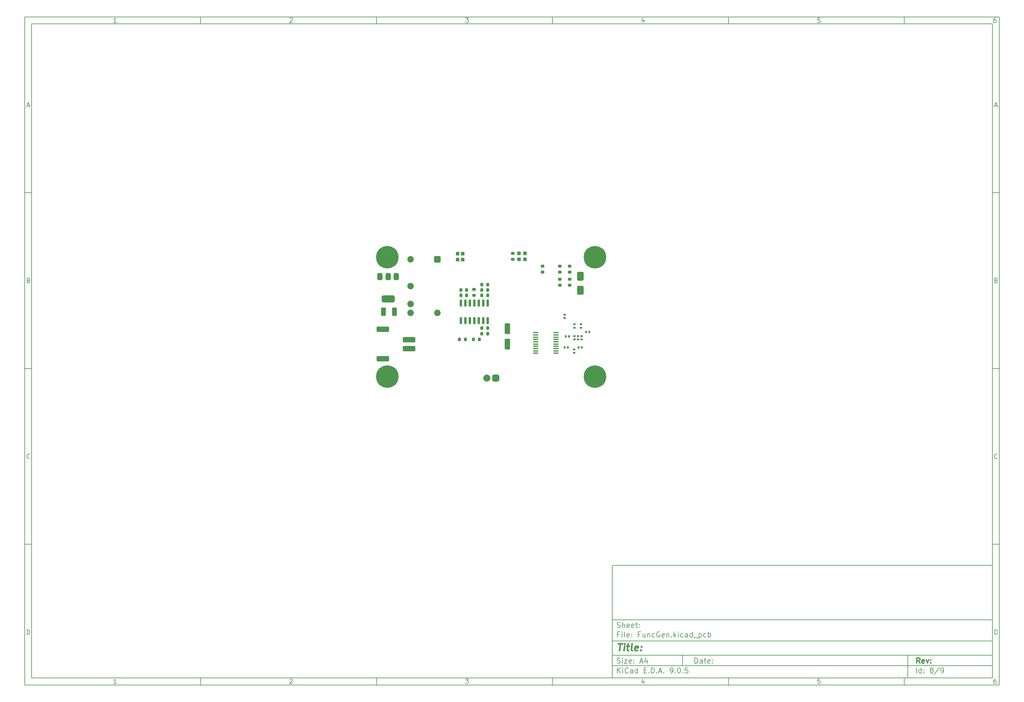
<source format=gbr>
%TF.GenerationSoftware,KiCad,Pcbnew,9.0.5*%
%TF.CreationDate,2025-10-31T11:59:02+05:30*%
%TF.ProjectId,FuncGen,46756e63-4765-46e2-9e6b-696361645f70,rev?*%
%TF.SameCoordinates,Original*%
%TF.FileFunction,Soldermask,Bot*%
%TF.FilePolarity,Negative*%
%FSLAX46Y46*%
G04 Gerber Fmt 4.6, Leading zero omitted, Abs format (unit mm)*
G04 Created by KiCad (PCBNEW 9.0.5) date 2025-10-31 11:59:02*
%MOMM*%
%LPD*%
G01*
G04 APERTURE LIST*
G04 Aperture macros list*
%AMRoundRect*
0 Rectangle with rounded corners*
0 $1 Rounding radius*
0 $2 $3 $4 $5 $6 $7 $8 $9 X,Y pos of 4 corners*
0 Add a 4 corners polygon primitive as box body*
4,1,4,$2,$3,$4,$5,$6,$7,$8,$9,$2,$3,0*
0 Add four circle primitives for the rounded corners*
1,1,$1+$1,$2,$3*
1,1,$1+$1,$4,$5*
1,1,$1+$1,$6,$7*
1,1,$1+$1,$8,$9*
0 Add four rect primitives between the rounded corners*
20,1,$1+$1,$2,$3,$4,$5,0*
20,1,$1+$1,$4,$5,$6,$7,0*
20,1,$1+$1,$6,$7,$8,$9,0*
20,1,$1+$1,$8,$9,$2,$3,0*%
G04 Aperture macros list end*
%ADD10C,0.100000*%
%ADD11C,0.150000*%
%ADD12C,0.300000*%
%ADD13C,0.400000*%
%ADD14RoundRect,0.500000X-0.500000X0.500000X-0.500000X-0.500000X0.500000X-0.500000X0.500000X0.500000X0*%
%ADD15C,2.000000*%
%ADD16C,0.800000*%
%ADD17C,6.400000*%
%ADD18RoundRect,0.237500X-0.237500X0.300000X-0.237500X-0.300000X0.237500X-0.300000X0.237500X0.300000X0*%
%ADD19RoundRect,0.200000X-0.275000X0.200000X-0.275000X-0.200000X0.275000X-0.200000X0.275000X0.200000X0*%
%ADD20RoundRect,0.140000X-0.170000X0.140000X-0.170000X-0.140000X0.170000X-0.140000X0.170000X0.140000X0*%
%ADD21RoundRect,0.140000X0.170000X-0.140000X0.170000X0.140000X-0.170000X0.140000X-0.170000X-0.140000X0*%
%ADD22RoundRect,0.200000X-0.200000X-0.275000X0.200000X-0.275000X0.200000X0.275000X-0.200000X0.275000X0*%
%ADD23RoundRect,0.250000X-0.650000X1.000000X-0.650000X-1.000000X0.650000X-1.000000X0.650000X1.000000X0*%
%ADD24RoundRect,0.200000X0.275000X-0.200000X0.275000X0.200000X-0.275000X0.200000X-0.275000X-0.200000X0*%
%ADD25RoundRect,0.237500X0.237500X-0.300000X0.237500X0.300000X-0.237500X0.300000X-0.237500X-0.300000X0*%
%ADD26RoundRect,0.200000X0.200000X0.275000X-0.200000X0.275000X-0.200000X-0.275000X0.200000X-0.275000X0*%
%ADD27RoundRect,0.150000X0.150000X-0.825000X0.150000X0.825000X-0.150000X0.825000X-0.150000X-0.825000X0*%
%ADD28RoundRect,0.225000X1.525000X-0.525000X1.525000X0.525000X-1.525000X0.525000X-1.525000X-0.525000X0*%
%ADD29RoundRect,0.250000X-0.420000X-0.945000X0.420000X-0.945000X0.420000X0.945000X-0.420000X0.945000X0*%
%ADD30RoundRect,0.140000X0.140000X0.170000X-0.140000X0.170000X-0.140000X-0.170000X0.140000X-0.170000X0*%
%ADD31RoundRect,0.375000X-0.375000X0.625000X-0.375000X-0.625000X0.375000X-0.625000X0.375000X0.625000X0*%
%ADD32RoundRect,0.500000X-1.400000X0.500000X-1.400000X-0.500000X1.400000X-0.500000X1.400000X0.500000X0*%
%ADD33RoundRect,0.100000X0.637500X0.100000X-0.637500X0.100000X-0.637500X-0.100000X0.637500X-0.100000X0*%
%ADD34RoundRect,0.250000X0.675000X0.675000X-0.675000X0.675000X-0.675000X-0.675000X0.675000X-0.675000X0*%
%ADD35C,1.850000*%
%ADD36RoundRect,0.140000X-0.140000X-0.170000X0.140000X-0.170000X0.140000X0.170000X-0.140000X0.170000X0*%
%ADD37RoundRect,0.250000X0.550000X-1.250000X0.550000X1.250000X-0.550000X1.250000X-0.550000X-1.250000X0*%
G04 APERTURE END LIST*
D10*
D11*
X177002200Y-166007200D02*
X285002200Y-166007200D01*
X285002200Y-198007200D01*
X177002200Y-198007200D01*
X177002200Y-166007200D01*
D10*
D11*
X10000000Y-10000000D02*
X287002200Y-10000000D01*
X287002200Y-200007200D01*
X10000000Y-200007200D01*
X10000000Y-10000000D01*
D10*
D11*
X12000000Y-12000000D02*
X285002200Y-12000000D01*
X285002200Y-198007200D01*
X12000000Y-198007200D01*
X12000000Y-12000000D01*
D10*
D11*
X60000000Y-12000000D02*
X60000000Y-10000000D01*
D10*
D11*
X110000000Y-12000000D02*
X110000000Y-10000000D01*
D10*
D11*
X160000000Y-12000000D02*
X160000000Y-10000000D01*
D10*
D11*
X210000000Y-12000000D02*
X210000000Y-10000000D01*
D10*
D11*
X260000000Y-12000000D02*
X260000000Y-10000000D01*
D10*
D11*
X36089160Y-11593604D02*
X35346303Y-11593604D01*
X35717731Y-11593604D02*
X35717731Y-10293604D01*
X35717731Y-10293604D02*
X35593922Y-10479319D01*
X35593922Y-10479319D02*
X35470112Y-10603128D01*
X35470112Y-10603128D02*
X35346303Y-10665033D01*
D10*
D11*
X85346303Y-10417414D02*
X85408207Y-10355509D01*
X85408207Y-10355509D02*
X85532017Y-10293604D01*
X85532017Y-10293604D02*
X85841541Y-10293604D01*
X85841541Y-10293604D02*
X85965350Y-10355509D01*
X85965350Y-10355509D02*
X86027255Y-10417414D01*
X86027255Y-10417414D02*
X86089160Y-10541223D01*
X86089160Y-10541223D02*
X86089160Y-10665033D01*
X86089160Y-10665033D02*
X86027255Y-10850747D01*
X86027255Y-10850747D02*
X85284398Y-11593604D01*
X85284398Y-11593604D02*
X86089160Y-11593604D01*
D10*
D11*
X135284398Y-10293604D02*
X136089160Y-10293604D01*
X136089160Y-10293604D02*
X135655826Y-10788842D01*
X135655826Y-10788842D02*
X135841541Y-10788842D01*
X135841541Y-10788842D02*
X135965350Y-10850747D01*
X135965350Y-10850747D02*
X136027255Y-10912652D01*
X136027255Y-10912652D02*
X136089160Y-11036461D01*
X136089160Y-11036461D02*
X136089160Y-11345985D01*
X136089160Y-11345985D02*
X136027255Y-11469795D01*
X136027255Y-11469795D02*
X135965350Y-11531700D01*
X135965350Y-11531700D02*
X135841541Y-11593604D01*
X135841541Y-11593604D02*
X135470112Y-11593604D01*
X135470112Y-11593604D02*
X135346303Y-11531700D01*
X135346303Y-11531700D02*
X135284398Y-11469795D01*
D10*
D11*
X185965350Y-10726938D02*
X185965350Y-11593604D01*
X185655826Y-10231700D02*
X185346303Y-11160271D01*
X185346303Y-11160271D02*
X186151064Y-11160271D01*
D10*
D11*
X236027255Y-10293604D02*
X235408207Y-10293604D01*
X235408207Y-10293604D02*
X235346303Y-10912652D01*
X235346303Y-10912652D02*
X235408207Y-10850747D01*
X235408207Y-10850747D02*
X235532017Y-10788842D01*
X235532017Y-10788842D02*
X235841541Y-10788842D01*
X235841541Y-10788842D02*
X235965350Y-10850747D01*
X235965350Y-10850747D02*
X236027255Y-10912652D01*
X236027255Y-10912652D02*
X236089160Y-11036461D01*
X236089160Y-11036461D02*
X236089160Y-11345985D01*
X236089160Y-11345985D02*
X236027255Y-11469795D01*
X236027255Y-11469795D02*
X235965350Y-11531700D01*
X235965350Y-11531700D02*
X235841541Y-11593604D01*
X235841541Y-11593604D02*
X235532017Y-11593604D01*
X235532017Y-11593604D02*
X235408207Y-11531700D01*
X235408207Y-11531700D02*
X235346303Y-11469795D01*
D10*
D11*
X285965350Y-10293604D02*
X285717731Y-10293604D01*
X285717731Y-10293604D02*
X285593922Y-10355509D01*
X285593922Y-10355509D02*
X285532017Y-10417414D01*
X285532017Y-10417414D02*
X285408207Y-10603128D01*
X285408207Y-10603128D02*
X285346303Y-10850747D01*
X285346303Y-10850747D02*
X285346303Y-11345985D01*
X285346303Y-11345985D02*
X285408207Y-11469795D01*
X285408207Y-11469795D02*
X285470112Y-11531700D01*
X285470112Y-11531700D02*
X285593922Y-11593604D01*
X285593922Y-11593604D02*
X285841541Y-11593604D01*
X285841541Y-11593604D02*
X285965350Y-11531700D01*
X285965350Y-11531700D02*
X286027255Y-11469795D01*
X286027255Y-11469795D02*
X286089160Y-11345985D01*
X286089160Y-11345985D02*
X286089160Y-11036461D01*
X286089160Y-11036461D02*
X286027255Y-10912652D01*
X286027255Y-10912652D02*
X285965350Y-10850747D01*
X285965350Y-10850747D02*
X285841541Y-10788842D01*
X285841541Y-10788842D02*
X285593922Y-10788842D01*
X285593922Y-10788842D02*
X285470112Y-10850747D01*
X285470112Y-10850747D02*
X285408207Y-10912652D01*
X285408207Y-10912652D02*
X285346303Y-11036461D01*
D10*
D11*
X60000000Y-198007200D02*
X60000000Y-200007200D01*
D10*
D11*
X110000000Y-198007200D02*
X110000000Y-200007200D01*
D10*
D11*
X160000000Y-198007200D02*
X160000000Y-200007200D01*
D10*
D11*
X210000000Y-198007200D02*
X210000000Y-200007200D01*
D10*
D11*
X260000000Y-198007200D02*
X260000000Y-200007200D01*
D10*
D11*
X36089160Y-199600804D02*
X35346303Y-199600804D01*
X35717731Y-199600804D02*
X35717731Y-198300804D01*
X35717731Y-198300804D02*
X35593922Y-198486519D01*
X35593922Y-198486519D02*
X35470112Y-198610328D01*
X35470112Y-198610328D02*
X35346303Y-198672233D01*
D10*
D11*
X85346303Y-198424614D02*
X85408207Y-198362709D01*
X85408207Y-198362709D02*
X85532017Y-198300804D01*
X85532017Y-198300804D02*
X85841541Y-198300804D01*
X85841541Y-198300804D02*
X85965350Y-198362709D01*
X85965350Y-198362709D02*
X86027255Y-198424614D01*
X86027255Y-198424614D02*
X86089160Y-198548423D01*
X86089160Y-198548423D02*
X86089160Y-198672233D01*
X86089160Y-198672233D02*
X86027255Y-198857947D01*
X86027255Y-198857947D02*
X85284398Y-199600804D01*
X85284398Y-199600804D02*
X86089160Y-199600804D01*
D10*
D11*
X135284398Y-198300804D02*
X136089160Y-198300804D01*
X136089160Y-198300804D02*
X135655826Y-198796042D01*
X135655826Y-198796042D02*
X135841541Y-198796042D01*
X135841541Y-198796042D02*
X135965350Y-198857947D01*
X135965350Y-198857947D02*
X136027255Y-198919852D01*
X136027255Y-198919852D02*
X136089160Y-199043661D01*
X136089160Y-199043661D02*
X136089160Y-199353185D01*
X136089160Y-199353185D02*
X136027255Y-199476995D01*
X136027255Y-199476995D02*
X135965350Y-199538900D01*
X135965350Y-199538900D02*
X135841541Y-199600804D01*
X135841541Y-199600804D02*
X135470112Y-199600804D01*
X135470112Y-199600804D02*
X135346303Y-199538900D01*
X135346303Y-199538900D02*
X135284398Y-199476995D01*
D10*
D11*
X185965350Y-198734138D02*
X185965350Y-199600804D01*
X185655826Y-198238900D02*
X185346303Y-199167471D01*
X185346303Y-199167471D02*
X186151064Y-199167471D01*
D10*
D11*
X236027255Y-198300804D02*
X235408207Y-198300804D01*
X235408207Y-198300804D02*
X235346303Y-198919852D01*
X235346303Y-198919852D02*
X235408207Y-198857947D01*
X235408207Y-198857947D02*
X235532017Y-198796042D01*
X235532017Y-198796042D02*
X235841541Y-198796042D01*
X235841541Y-198796042D02*
X235965350Y-198857947D01*
X235965350Y-198857947D02*
X236027255Y-198919852D01*
X236027255Y-198919852D02*
X236089160Y-199043661D01*
X236089160Y-199043661D02*
X236089160Y-199353185D01*
X236089160Y-199353185D02*
X236027255Y-199476995D01*
X236027255Y-199476995D02*
X235965350Y-199538900D01*
X235965350Y-199538900D02*
X235841541Y-199600804D01*
X235841541Y-199600804D02*
X235532017Y-199600804D01*
X235532017Y-199600804D02*
X235408207Y-199538900D01*
X235408207Y-199538900D02*
X235346303Y-199476995D01*
D10*
D11*
X285965350Y-198300804D02*
X285717731Y-198300804D01*
X285717731Y-198300804D02*
X285593922Y-198362709D01*
X285593922Y-198362709D02*
X285532017Y-198424614D01*
X285532017Y-198424614D02*
X285408207Y-198610328D01*
X285408207Y-198610328D02*
X285346303Y-198857947D01*
X285346303Y-198857947D02*
X285346303Y-199353185D01*
X285346303Y-199353185D02*
X285408207Y-199476995D01*
X285408207Y-199476995D02*
X285470112Y-199538900D01*
X285470112Y-199538900D02*
X285593922Y-199600804D01*
X285593922Y-199600804D02*
X285841541Y-199600804D01*
X285841541Y-199600804D02*
X285965350Y-199538900D01*
X285965350Y-199538900D02*
X286027255Y-199476995D01*
X286027255Y-199476995D02*
X286089160Y-199353185D01*
X286089160Y-199353185D02*
X286089160Y-199043661D01*
X286089160Y-199043661D02*
X286027255Y-198919852D01*
X286027255Y-198919852D02*
X285965350Y-198857947D01*
X285965350Y-198857947D02*
X285841541Y-198796042D01*
X285841541Y-198796042D02*
X285593922Y-198796042D01*
X285593922Y-198796042D02*
X285470112Y-198857947D01*
X285470112Y-198857947D02*
X285408207Y-198919852D01*
X285408207Y-198919852D02*
X285346303Y-199043661D01*
D10*
D11*
X10000000Y-60000000D02*
X12000000Y-60000000D01*
D10*
D11*
X10000000Y-110000000D02*
X12000000Y-110000000D01*
D10*
D11*
X10000000Y-160000000D02*
X12000000Y-160000000D01*
D10*
D11*
X10690476Y-35222176D02*
X11309523Y-35222176D01*
X10566666Y-35593604D02*
X10999999Y-34293604D01*
X10999999Y-34293604D02*
X11433333Y-35593604D01*
D10*
D11*
X11092857Y-84912652D02*
X11278571Y-84974557D01*
X11278571Y-84974557D02*
X11340476Y-85036461D01*
X11340476Y-85036461D02*
X11402380Y-85160271D01*
X11402380Y-85160271D02*
X11402380Y-85345985D01*
X11402380Y-85345985D02*
X11340476Y-85469795D01*
X11340476Y-85469795D02*
X11278571Y-85531700D01*
X11278571Y-85531700D02*
X11154761Y-85593604D01*
X11154761Y-85593604D02*
X10659523Y-85593604D01*
X10659523Y-85593604D02*
X10659523Y-84293604D01*
X10659523Y-84293604D02*
X11092857Y-84293604D01*
X11092857Y-84293604D02*
X11216666Y-84355509D01*
X11216666Y-84355509D02*
X11278571Y-84417414D01*
X11278571Y-84417414D02*
X11340476Y-84541223D01*
X11340476Y-84541223D02*
X11340476Y-84665033D01*
X11340476Y-84665033D02*
X11278571Y-84788842D01*
X11278571Y-84788842D02*
X11216666Y-84850747D01*
X11216666Y-84850747D02*
X11092857Y-84912652D01*
X11092857Y-84912652D02*
X10659523Y-84912652D01*
D10*
D11*
X11402380Y-135469795D02*
X11340476Y-135531700D01*
X11340476Y-135531700D02*
X11154761Y-135593604D01*
X11154761Y-135593604D02*
X11030952Y-135593604D01*
X11030952Y-135593604D02*
X10845238Y-135531700D01*
X10845238Y-135531700D02*
X10721428Y-135407890D01*
X10721428Y-135407890D02*
X10659523Y-135284080D01*
X10659523Y-135284080D02*
X10597619Y-135036461D01*
X10597619Y-135036461D02*
X10597619Y-134850747D01*
X10597619Y-134850747D02*
X10659523Y-134603128D01*
X10659523Y-134603128D02*
X10721428Y-134479319D01*
X10721428Y-134479319D02*
X10845238Y-134355509D01*
X10845238Y-134355509D02*
X11030952Y-134293604D01*
X11030952Y-134293604D02*
X11154761Y-134293604D01*
X11154761Y-134293604D02*
X11340476Y-134355509D01*
X11340476Y-134355509D02*
X11402380Y-134417414D01*
D10*
D11*
X10659523Y-185593604D02*
X10659523Y-184293604D01*
X10659523Y-184293604D02*
X10969047Y-184293604D01*
X10969047Y-184293604D02*
X11154761Y-184355509D01*
X11154761Y-184355509D02*
X11278571Y-184479319D01*
X11278571Y-184479319D02*
X11340476Y-184603128D01*
X11340476Y-184603128D02*
X11402380Y-184850747D01*
X11402380Y-184850747D02*
X11402380Y-185036461D01*
X11402380Y-185036461D02*
X11340476Y-185284080D01*
X11340476Y-185284080D02*
X11278571Y-185407890D01*
X11278571Y-185407890D02*
X11154761Y-185531700D01*
X11154761Y-185531700D02*
X10969047Y-185593604D01*
X10969047Y-185593604D02*
X10659523Y-185593604D01*
D10*
D11*
X287002200Y-60000000D02*
X285002200Y-60000000D01*
D10*
D11*
X287002200Y-110000000D02*
X285002200Y-110000000D01*
D10*
D11*
X287002200Y-160000000D02*
X285002200Y-160000000D01*
D10*
D11*
X285692676Y-35222176D02*
X286311723Y-35222176D01*
X285568866Y-35593604D02*
X286002199Y-34293604D01*
X286002199Y-34293604D02*
X286435533Y-35593604D01*
D10*
D11*
X286095057Y-84912652D02*
X286280771Y-84974557D01*
X286280771Y-84974557D02*
X286342676Y-85036461D01*
X286342676Y-85036461D02*
X286404580Y-85160271D01*
X286404580Y-85160271D02*
X286404580Y-85345985D01*
X286404580Y-85345985D02*
X286342676Y-85469795D01*
X286342676Y-85469795D02*
X286280771Y-85531700D01*
X286280771Y-85531700D02*
X286156961Y-85593604D01*
X286156961Y-85593604D02*
X285661723Y-85593604D01*
X285661723Y-85593604D02*
X285661723Y-84293604D01*
X285661723Y-84293604D02*
X286095057Y-84293604D01*
X286095057Y-84293604D02*
X286218866Y-84355509D01*
X286218866Y-84355509D02*
X286280771Y-84417414D01*
X286280771Y-84417414D02*
X286342676Y-84541223D01*
X286342676Y-84541223D02*
X286342676Y-84665033D01*
X286342676Y-84665033D02*
X286280771Y-84788842D01*
X286280771Y-84788842D02*
X286218866Y-84850747D01*
X286218866Y-84850747D02*
X286095057Y-84912652D01*
X286095057Y-84912652D02*
X285661723Y-84912652D01*
D10*
D11*
X286404580Y-135469795D02*
X286342676Y-135531700D01*
X286342676Y-135531700D02*
X286156961Y-135593604D01*
X286156961Y-135593604D02*
X286033152Y-135593604D01*
X286033152Y-135593604D02*
X285847438Y-135531700D01*
X285847438Y-135531700D02*
X285723628Y-135407890D01*
X285723628Y-135407890D02*
X285661723Y-135284080D01*
X285661723Y-135284080D02*
X285599819Y-135036461D01*
X285599819Y-135036461D02*
X285599819Y-134850747D01*
X285599819Y-134850747D02*
X285661723Y-134603128D01*
X285661723Y-134603128D02*
X285723628Y-134479319D01*
X285723628Y-134479319D02*
X285847438Y-134355509D01*
X285847438Y-134355509D02*
X286033152Y-134293604D01*
X286033152Y-134293604D02*
X286156961Y-134293604D01*
X286156961Y-134293604D02*
X286342676Y-134355509D01*
X286342676Y-134355509D02*
X286404580Y-134417414D01*
D10*
D11*
X285661723Y-185593604D02*
X285661723Y-184293604D01*
X285661723Y-184293604D02*
X285971247Y-184293604D01*
X285971247Y-184293604D02*
X286156961Y-184355509D01*
X286156961Y-184355509D02*
X286280771Y-184479319D01*
X286280771Y-184479319D02*
X286342676Y-184603128D01*
X286342676Y-184603128D02*
X286404580Y-184850747D01*
X286404580Y-184850747D02*
X286404580Y-185036461D01*
X286404580Y-185036461D02*
X286342676Y-185284080D01*
X286342676Y-185284080D02*
X286280771Y-185407890D01*
X286280771Y-185407890D02*
X286156961Y-185531700D01*
X286156961Y-185531700D02*
X285971247Y-185593604D01*
X285971247Y-185593604D02*
X285661723Y-185593604D01*
D10*
D11*
X200458026Y-193793328D02*
X200458026Y-192293328D01*
X200458026Y-192293328D02*
X200815169Y-192293328D01*
X200815169Y-192293328D02*
X201029455Y-192364757D01*
X201029455Y-192364757D02*
X201172312Y-192507614D01*
X201172312Y-192507614D02*
X201243741Y-192650471D01*
X201243741Y-192650471D02*
X201315169Y-192936185D01*
X201315169Y-192936185D02*
X201315169Y-193150471D01*
X201315169Y-193150471D02*
X201243741Y-193436185D01*
X201243741Y-193436185D02*
X201172312Y-193579042D01*
X201172312Y-193579042D02*
X201029455Y-193721900D01*
X201029455Y-193721900D02*
X200815169Y-193793328D01*
X200815169Y-193793328D02*
X200458026Y-193793328D01*
X202600884Y-193793328D02*
X202600884Y-193007614D01*
X202600884Y-193007614D02*
X202529455Y-192864757D01*
X202529455Y-192864757D02*
X202386598Y-192793328D01*
X202386598Y-192793328D02*
X202100884Y-192793328D01*
X202100884Y-192793328D02*
X201958026Y-192864757D01*
X202600884Y-193721900D02*
X202458026Y-193793328D01*
X202458026Y-193793328D02*
X202100884Y-193793328D01*
X202100884Y-193793328D02*
X201958026Y-193721900D01*
X201958026Y-193721900D02*
X201886598Y-193579042D01*
X201886598Y-193579042D02*
X201886598Y-193436185D01*
X201886598Y-193436185D02*
X201958026Y-193293328D01*
X201958026Y-193293328D02*
X202100884Y-193221900D01*
X202100884Y-193221900D02*
X202458026Y-193221900D01*
X202458026Y-193221900D02*
X202600884Y-193150471D01*
X203100884Y-192793328D02*
X203672312Y-192793328D01*
X203315169Y-192293328D02*
X203315169Y-193579042D01*
X203315169Y-193579042D02*
X203386598Y-193721900D01*
X203386598Y-193721900D02*
X203529455Y-193793328D01*
X203529455Y-193793328D02*
X203672312Y-193793328D01*
X204743741Y-193721900D02*
X204600884Y-193793328D01*
X204600884Y-193793328D02*
X204315170Y-193793328D01*
X204315170Y-193793328D02*
X204172312Y-193721900D01*
X204172312Y-193721900D02*
X204100884Y-193579042D01*
X204100884Y-193579042D02*
X204100884Y-193007614D01*
X204100884Y-193007614D02*
X204172312Y-192864757D01*
X204172312Y-192864757D02*
X204315170Y-192793328D01*
X204315170Y-192793328D02*
X204600884Y-192793328D01*
X204600884Y-192793328D02*
X204743741Y-192864757D01*
X204743741Y-192864757D02*
X204815170Y-193007614D01*
X204815170Y-193007614D02*
X204815170Y-193150471D01*
X204815170Y-193150471D02*
X204100884Y-193293328D01*
X205458026Y-193650471D02*
X205529455Y-193721900D01*
X205529455Y-193721900D02*
X205458026Y-193793328D01*
X205458026Y-193793328D02*
X205386598Y-193721900D01*
X205386598Y-193721900D02*
X205458026Y-193650471D01*
X205458026Y-193650471D02*
X205458026Y-193793328D01*
X205458026Y-192864757D02*
X205529455Y-192936185D01*
X205529455Y-192936185D02*
X205458026Y-193007614D01*
X205458026Y-193007614D02*
X205386598Y-192936185D01*
X205386598Y-192936185D02*
X205458026Y-192864757D01*
X205458026Y-192864757D02*
X205458026Y-193007614D01*
D10*
D11*
X177002200Y-194507200D02*
X285002200Y-194507200D01*
D10*
D11*
X178458026Y-196593328D02*
X178458026Y-195093328D01*
X179315169Y-196593328D02*
X178672312Y-195736185D01*
X179315169Y-195093328D02*
X178458026Y-195950471D01*
X179958026Y-196593328D02*
X179958026Y-195593328D01*
X179958026Y-195093328D02*
X179886598Y-195164757D01*
X179886598Y-195164757D02*
X179958026Y-195236185D01*
X179958026Y-195236185D02*
X180029455Y-195164757D01*
X180029455Y-195164757D02*
X179958026Y-195093328D01*
X179958026Y-195093328D02*
X179958026Y-195236185D01*
X181529455Y-196450471D02*
X181458027Y-196521900D01*
X181458027Y-196521900D02*
X181243741Y-196593328D01*
X181243741Y-196593328D02*
X181100884Y-196593328D01*
X181100884Y-196593328D02*
X180886598Y-196521900D01*
X180886598Y-196521900D02*
X180743741Y-196379042D01*
X180743741Y-196379042D02*
X180672312Y-196236185D01*
X180672312Y-196236185D02*
X180600884Y-195950471D01*
X180600884Y-195950471D02*
X180600884Y-195736185D01*
X180600884Y-195736185D02*
X180672312Y-195450471D01*
X180672312Y-195450471D02*
X180743741Y-195307614D01*
X180743741Y-195307614D02*
X180886598Y-195164757D01*
X180886598Y-195164757D02*
X181100884Y-195093328D01*
X181100884Y-195093328D02*
X181243741Y-195093328D01*
X181243741Y-195093328D02*
X181458027Y-195164757D01*
X181458027Y-195164757D02*
X181529455Y-195236185D01*
X182815170Y-196593328D02*
X182815170Y-195807614D01*
X182815170Y-195807614D02*
X182743741Y-195664757D01*
X182743741Y-195664757D02*
X182600884Y-195593328D01*
X182600884Y-195593328D02*
X182315170Y-195593328D01*
X182315170Y-195593328D02*
X182172312Y-195664757D01*
X182815170Y-196521900D02*
X182672312Y-196593328D01*
X182672312Y-196593328D02*
X182315170Y-196593328D01*
X182315170Y-196593328D02*
X182172312Y-196521900D01*
X182172312Y-196521900D02*
X182100884Y-196379042D01*
X182100884Y-196379042D02*
X182100884Y-196236185D01*
X182100884Y-196236185D02*
X182172312Y-196093328D01*
X182172312Y-196093328D02*
X182315170Y-196021900D01*
X182315170Y-196021900D02*
X182672312Y-196021900D01*
X182672312Y-196021900D02*
X182815170Y-195950471D01*
X184172313Y-196593328D02*
X184172313Y-195093328D01*
X184172313Y-196521900D02*
X184029455Y-196593328D01*
X184029455Y-196593328D02*
X183743741Y-196593328D01*
X183743741Y-196593328D02*
X183600884Y-196521900D01*
X183600884Y-196521900D02*
X183529455Y-196450471D01*
X183529455Y-196450471D02*
X183458027Y-196307614D01*
X183458027Y-196307614D02*
X183458027Y-195879042D01*
X183458027Y-195879042D02*
X183529455Y-195736185D01*
X183529455Y-195736185D02*
X183600884Y-195664757D01*
X183600884Y-195664757D02*
X183743741Y-195593328D01*
X183743741Y-195593328D02*
X184029455Y-195593328D01*
X184029455Y-195593328D02*
X184172313Y-195664757D01*
X186029455Y-195807614D02*
X186529455Y-195807614D01*
X186743741Y-196593328D02*
X186029455Y-196593328D01*
X186029455Y-196593328D02*
X186029455Y-195093328D01*
X186029455Y-195093328D02*
X186743741Y-195093328D01*
X187386598Y-196450471D02*
X187458027Y-196521900D01*
X187458027Y-196521900D02*
X187386598Y-196593328D01*
X187386598Y-196593328D02*
X187315170Y-196521900D01*
X187315170Y-196521900D02*
X187386598Y-196450471D01*
X187386598Y-196450471D02*
X187386598Y-196593328D01*
X188100884Y-196593328D02*
X188100884Y-195093328D01*
X188100884Y-195093328D02*
X188458027Y-195093328D01*
X188458027Y-195093328D02*
X188672313Y-195164757D01*
X188672313Y-195164757D02*
X188815170Y-195307614D01*
X188815170Y-195307614D02*
X188886599Y-195450471D01*
X188886599Y-195450471D02*
X188958027Y-195736185D01*
X188958027Y-195736185D02*
X188958027Y-195950471D01*
X188958027Y-195950471D02*
X188886599Y-196236185D01*
X188886599Y-196236185D02*
X188815170Y-196379042D01*
X188815170Y-196379042D02*
X188672313Y-196521900D01*
X188672313Y-196521900D02*
X188458027Y-196593328D01*
X188458027Y-196593328D02*
X188100884Y-196593328D01*
X189600884Y-196450471D02*
X189672313Y-196521900D01*
X189672313Y-196521900D02*
X189600884Y-196593328D01*
X189600884Y-196593328D02*
X189529456Y-196521900D01*
X189529456Y-196521900D02*
X189600884Y-196450471D01*
X189600884Y-196450471D02*
X189600884Y-196593328D01*
X190243742Y-196164757D02*
X190958028Y-196164757D01*
X190100885Y-196593328D02*
X190600885Y-195093328D01*
X190600885Y-195093328D02*
X191100885Y-196593328D01*
X191600884Y-196450471D02*
X191672313Y-196521900D01*
X191672313Y-196521900D02*
X191600884Y-196593328D01*
X191600884Y-196593328D02*
X191529456Y-196521900D01*
X191529456Y-196521900D02*
X191600884Y-196450471D01*
X191600884Y-196450471D02*
X191600884Y-196593328D01*
X193529456Y-196593328D02*
X193815170Y-196593328D01*
X193815170Y-196593328D02*
X193958027Y-196521900D01*
X193958027Y-196521900D02*
X194029456Y-196450471D01*
X194029456Y-196450471D02*
X194172313Y-196236185D01*
X194172313Y-196236185D02*
X194243742Y-195950471D01*
X194243742Y-195950471D02*
X194243742Y-195379042D01*
X194243742Y-195379042D02*
X194172313Y-195236185D01*
X194172313Y-195236185D02*
X194100885Y-195164757D01*
X194100885Y-195164757D02*
X193958027Y-195093328D01*
X193958027Y-195093328D02*
X193672313Y-195093328D01*
X193672313Y-195093328D02*
X193529456Y-195164757D01*
X193529456Y-195164757D02*
X193458027Y-195236185D01*
X193458027Y-195236185D02*
X193386599Y-195379042D01*
X193386599Y-195379042D02*
X193386599Y-195736185D01*
X193386599Y-195736185D02*
X193458027Y-195879042D01*
X193458027Y-195879042D02*
X193529456Y-195950471D01*
X193529456Y-195950471D02*
X193672313Y-196021900D01*
X193672313Y-196021900D02*
X193958027Y-196021900D01*
X193958027Y-196021900D02*
X194100885Y-195950471D01*
X194100885Y-195950471D02*
X194172313Y-195879042D01*
X194172313Y-195879042D02*
X194243742Y-195736185D01*
X194886598Y-196450471D02*
X194958027Y-196521900D01*
X194958027Y-196521900D02*
X194886598Y-196593328D01*
X194886598Y-196593328D02*
X194815170Y-196521900D01*
X194815170Y-196521900D02*
X194886598Y-196450471D01*
X194886598Y-196450471D02*
X194886598Y-196593328D01*
X195886599Y-195093328D02*
X196029456Y-195093328D01*
X196029456Y-195093328D02*
X196172313Y-195164757D01*
X196172313Y-195164757D02*
X196243742Y-195236185D01*
X196243742Y-195236185D02*
X196315170Y-195379042D01*
X196315170Y-195379042D02*
X196386599Y-195664757D01*
X196386599Y-195664757D02*
X196386599Y-196021900D01*
X196386599Y-196021900D02*
X196315170Y-196307614D01*
X196315170Y-196307614D02*
X196243742Y-196450471D01*
X196243742Y-196450471D02*
X196172313Y-196521900D01*
X196172313Y-196521900D02*
X196029456Y-196593328D01*
X196029456Y-196593328D02*
X195886599Y-196593328D01*
X195886599Y-196593328D02*
X195743742Y-196521900D01*
X195743742Y-196521900D02*
X195672313Y-196450471D01*
X195672313Y-196450471D02*
X195600884Y-196307614D01*
X195600884Y-196307614D02*
X195529456Y-196021900D01*
X195529456Y-196021900D02*
X195529456Y-195664757D01*
X195529456Y-195664757D02*
X195600884Y-195379042D01*
X195600884Y-195379042D02*
X195672313Y-195236185D01*
X195672313Y-195236185D02*
X195743742Y-195164757D01*
X195743742Y-195164757D02*
X195886599Y-195093328D01*
X197029455Y-196450471D02*
X197100884Y-196521900D01*
X197100884Y-196521900D02*
X197029455Y-196593328D01*
X197029455Y-196593328D02*
X196958027Y-196521900D01*
X196958027Y-196521900D02*
X197029455Y-196450471D01*
X197029455Y-196450471D02*
X197029455Y-196593328D01*
X198458027Y-195093328D02*
X197743741Y-195093328D01*
X197743741Y-195093328D02*
X197672313Y-195807614D01*
X197672313Y-195807614D02*
X197743741Y-195736185D01*
X197743741Y-195736185D02*
X197886599Y-195664757D01*
X197886599Y-195664757D02*
X198243741Y-195664757D01*
X198243741Y-195664757D02*
X198386599Y-195736185D01*
X198386599Y-195736185D02*
X198458027Y-195807614D01*
X198458027Y-195807614D02*
X198529456Y-195950471D01*
X198529456Y-195950471D02*
X198529456Y-196307614D01*
X198529456Y-196307614D02*
X198458027Y-196450471D01*
X198458027Y-196450471D02*
X198386599Y-196521900D01*
X198386599Y-196521900D02*
X198243741Y-196593328D01*
X198243741Y-196593328D02*
X197886599Y-196593328D01*
X197886599Y-196593328D02*
X197743741Y-196521900D01*
X197743741Y-196521900D02*
X197672313Y-196450471D01*
D10*
D11*
X177002200Y-191507200D02*
X285002200Y-191507200D01*
D10*
D12*
X264413853Y-193785528D02*
X263913853Y-193071242D01*
X263556710Y-193785528D02*
X263556710Y-192285528D01*
X263556710Y-192285528D02*
X264128139Y-192285528D01*
X264128139Y-192285528D02*
X264270996Y-192356957D01*
X264270996Y-192356957D02*
X264342425Y-192428385D01*
X264342425Y-192428385D02*
X264413853Y-192571242D01*
X264413853Y-192571242D02*
X264413853Y-192785528D01*
X264413853Y-192785528D02*
X264342425Y-192928385D01*
X264342425Y-192928385D02*
X264270996Y-192999814D01*
X264270996Y-192999814D02*
X264128139Y-193071242D01*
X264128139Y-193071242D02*
X263556710Y-193071242D01*
X265628139Y-193714100D02*
X265485282Y-193785528D01*
X265485282Y-193785528D02*
X265199568Y-193785528D01*
X265199568Y-193785528D02*
X265056710Y-193714100D01*
X265056710Y-193714100D02*
X264985282Y-193571242D01*
X264985282Y-193571242D02*
X264985282Y-192999814D01*
X264985282Y-192999814D02*
X265056710Y-192856957D01*
X265056710Y-192856957D02*
X265199568Y-192785528D01*
X265199568Y-192785528D02*
X265485282Y-192785528D01*
X265485282Y-192785528D02*
X265628139Y-192856957D01*
X265628139Y-192856957D02*
X265699568Y-192999814D01*
X265699568Y-192999814D02*
X265699568Y-193142671D01*
X265699568Y-193142671D02*
X264985282Y-193285528D01*
X266199567Y-192785528D02*
X266556710Y-193785528D01*
X266556710Y-193785528D02*
X266913853Y-192785528D01*
X267485281Y-193642671D02*
X267556710Y-193714100D01*
X267556710Y-193714100D02*
X267485281Y-193785528D01*
X267485281Y-193785528D02*
X267413853Y-193714100D01*
X267413853Y-193714100D02*
X267485281Y-193642671D01*
X267485281Y-193642671D02*
X267485281Y-193785528D01*
X267485281Y-192856957D02*
X267556710Y-192928385D01*
X267556710Y-192928385D02*
X267485281Y-192999814D01*
X267485281Y-192999814D02*
X267413853Y-192928385D01*
X267413853Y-192928385D02*
X267485281Y-192856957D01*
X267485281Y-192856957D02*
X267485281Y-192999814D01*
D10*
D11*
X178386598Y-193721900D02*
X178600884Y-193793328D01*
X178600884Y-193793328D02*
X178958026Y-193793328D01*
X178958026Y-193793328D02*
X179100884Y-193721900D01*
X179100884Y-193721900D02*
X179172312Y-193650471D01*
X179172312Y-193650471D02*
X179243741Y-193507614D01*
X179243741Y-193507614D02*
X179243741Y-193364757D01*
X179243741Y-193364757D02*
X179172312Y-193221900D01*
X179172312Y-193221900D02*
X179100884Y-193150471D01*
X179100884Y-193150471D02*
X178958026Y-193079042D01*
X178958026Y-193079042D02*
X178672312Y-193007614D01*
X178672312Y-193007614D02*
X178529455Y-192936185D01*
X178529455Y-192936185D02*
X178458026Y-192864757D01*
X178458026Y-192864757D02*
X178386598Y-192721900D01*
X178386598Y-192721900D02*
X178386598Y-192579042D01*
X178386598Y-192579042D02*
X178458026Y-192436185D01*
X178458026Y-192436185D02*
X178529455Y-192364757D01*
X178529455Y-192364757D02*
X178672312Y-192293328D01*
X178672312Y-192293328D02*
X179029455Y-192293328D01*
X179029455Y-192293328D02*
X179243741Y-192364757D01*
X179886597Y-193793328D02*
X179886597Y-192793328D01*
X179886597Y-192293328D02*
X179815169Y-192364757D01*
X179815169Y-192364757D02*
X179886597Y-192436185D01*
X179886597Y-192436185D02*
X179958026Y-192364757D01*
X179958026Y-192364757D02*
X179886597Y-192293328D01*
X179886597Y-192293328D02*
X179886597Y-192436185D01*
X180458026Y-192793328D02*
X181243741Y-192793328D01*
X181243741Y-192793328D02*
X180458026Y-193793328D01*
X180458026Y-193793328D02*
X181243741Y-193793328D01*
X182386598Y-193721900D02*
X182243741Y-193793328D01*
X182243741Y-193793328D02*
X181958027Y-193793328D01*
X181958027Y-193793328D02*
X181815169Y-193721900D01*
X181815169Y-193721900D02*
X181743741Y-193579042D01*
X181743741Y-193579042D02*
X181743741Y-193007614D01*
X181743741Y-193007614D02*
X181815169Y-192864757D01*
X181815169Y-192864757D02*
X181958027Y-192793328D01*
X181958027Y-192793328D02*
X182243741Y-192793328D01*
X182243741Y-192793328D02*
X182386598Y-192864757D01*
X182386598Y-192864757D02*
X182458027Y-193007614D01*
X182458027Y-193007614D02*
X182458027Y-193150471D01*
X182458027Y-193150471D02*
X181743741Y-193293328D01*
X183100883Y-193650471D02*
X183172312Y-193721900D01*
X183172312Y-193721900D02*
X183100883Y-193793328D01*
X183100883Y-193793328D02*
X183029455Y-193721900D01*
X183029455Y-193721900D02*
X183100883Y-193650471D01*
X183100883Y-193650471D02*
X183100883Y-193793328D01*
X183100883Y-192864757D02*
X183172312Y-192936185D01*
X183172312Y-192936185D02*
X183100883Y-193007614D01*
X183100883Y-193007614D02*
X183029455Y-192936185D01*
X183029455Y-192936185D02*
X183100883Y-192864757D01*
X183100883Y-192864757D02*
X183100883Y-193007614D01*
X184886598Y-193364757D02*
X185600884Y-193364757D01*
X184743741Y-193793328D02*
X185243741Y-192293328D01*
X185243741Y-192293328D02*
X185743741Y-193793328D01*
X186886598Y-192793328D02*
X186886598Y-193793328D01*
X186529455Y-192221900D02*
X186172312Y-193293328D01*
X186172312Y-193293328D02*
X187100883Y-193293328D01*
D10*
D11*
X263458026Y-196593328D02*
X263458026Y-195093328D01*
X264815170Y-196593328D02*
X264815170Y-195093328D01*
X264815170Y-196521900D02*
X264672312Y-196593328D01*
X264672312Y-196593328D02*
X264386598Y-196593328D01*
X264386598Y-196593328D02*
X264243741Y-196521900D01*
X264243741Y-196521900D02*
X264172312Y-196450471D01*
X264172312Y-196450471D02*
X264100884Y-196307614D01*
X264100884Y-196307614D02*
X264100884Y-195879042D01*
X264100884Y-195879042D02*
X264172312Y-195736185D01*
X264172312Y-195736185D02*
X264243741Y-195664757D01*
X264243741Y-195664757D02*
X264386598Y-195593328D01*
X264386598Y-195593328D02*
X264672312Y-195593328D01*
X264672312Y-195593328D02*
X264815170Y-195664757D01*
X265529455Y-196450471D02*
X265600884Y-196521900D01*
X265600884Y-196521900D02*
X265529455Y-196593328D01*
X265529455Y-196593328D02*
X265458027Y-196521900D01*
X265458027Y-196521900D02*
X265529455Y-196450471D01*
X265529455Y-196450471D02*
X265529455Y-196593328D01*
X265529455Y-195664757D02*
X265600884Y-195736185D01*
X265600884Y-195736185D02*
X265529455Y-195807614D01*
X265529455Y-195807614D02*
X265458027Y-195736185D01*
X265458027Y-195736185D02*
X265529455Y-195664757D01*
X265529455Y-195664757D02*
X265529455Y-195807614D01*
X267600884Y-195736185D02*
X267458027Y-195664757D01*
X267458027Y-195664757D02*
X267386598Y-195593328D01*
X267386598Y-195593328D02*
X267315170Y-195450471D01*
X267315170Y-195450471D02*
X267315170Y-195379042D01*
X267315170Y-195379042D02*
X267386598Y-195236185D01*
X267386598Y-195236185D02*
X267458027Y-195164757D01*
X267458027Y-195164757D02*
X267600884Y-195093328D01*
X267600884Y-195093328D02*
X267886598Y-195093328D01*
X267886598Y-195093328D02*
X268029456Y-195164757D01*
X268029456Y-195164757D02*
X268100884Y-195236185D01*
X268100884Y-195236185D02*
X268172313Y-195379042D01*
X268172313Y-195379042D02*
X268172313Y-195450471D01*
X268172313Y-195450471D02*
X268100884Y-195593328D01*
X268100884Y-195593328D02*
X268029456Y-195664757D01*
X268029456Y-195664757D02*
X267886598Y-195736185D01*
X267886598Y-195736185D02*
X267600884Y-195736185D01*
X267600884Y-195736185D02*
X267458027Y-195807614D01*
X267458027Y-195807614D02*
X267386598Y-195879042D01*
X267386598Y-195879042D02*
X267315170Y-196021900D01*
X267315170Y-196021900D02*
X267315170Y-196307614D01*
X267315170Y-196307614D02*
X267386598Y-196450471D01*
X267386598Y-196450471D02*
X267458027Y-196521900D01*
X267458027Y-196521900D02*
X267600884Y-196593328D01*
X267600884Y-196593328D02*
X267886598Y-196593328D01*
X267886598Y-196593328D02*
X268029456Y-196521900D01*
X268029456Y-196521900D02*
X268100884Y-196450471D01*
X268100884Y-196450471D02*
X268172313Y-196307614D01*
X268172313Y-196307614D02*
X268172313Y-196021900D01*
X268172313Y-196021900D02*
X268100884Y-195879042D01*
X268100884Y-195879042D02*
X268029456Y-195807614D01*
X268029456Y-195807614D02*
X267886598Y-195736185D01*
X269886598Y-195021900D02*
X268600884Y-196950471D01*
X270458027Y-196593328D02*
X270743741Y-196593328D01*
X270743741Y-196593328D02*
X270886598Y-196521900D01*
X270886598Y-196521900D02*
X270958027Y-196450471D01*
X270958027Y-196450471D02*
X271100884Y-196236185D01*
X271100884Y-196236185D02*
X271172313Y-195950471D01*
X271172313Y-195950471D02*
X271172313Y-195379042D01*
X271172313Y-195379042D02*
X271100884Y-195236185D01*
X271100884Y-195236185D02*
X271029456Y-195164757D01*
X271029456Y-195164757D02*
X270886598Y-195093328D01*
X270886598Y-195093328D02*
X270600884Y-195093328D01*
X270600884Y-195093328D02*
X270458027Y-195164757D01*
X270458027Y-195164757D02*
X270386598Y-195236185D01*
X270386598Y-195236185D02*
X270315170Y-195379042D01*
X270315170Y-195379042D02*
X270315170Y-195736185D01*
X270315170Y-195736185D02*
X270386598Y-195879042D01*
X270386598Y-195879042D02*
X270458027Y-195950471D01*
X270458027Y-195950471D02*
X270600884Y-196021900D01*
X270600884Y-196021900D02*
X270886598Y-196021900D01*
X270886598Y-196021900D02*
X271029456Y-195950471D01*
X271029456Y-195950471D02*
X271100884Y-195879042D01*
X271100884Y-195879042D02*
X271172313Y-195736185D01*
D10*
D11*
X177002200Y-187507200D02*
X285002200Y-187507200D01*
D10*
D13*
X178693928Y-188211638D02*
X179836785Y-188211638D01*
X179015357Y-190211638D02*
X179265357Y-188211638D01*
X180253452Y-190211638D02*
X180420119Y-188878304D01*
X180503452Y-188211638D02*
X180396309Y-188306876D01*
X180396309Y-188306876D02*
X180479643Y-188402114D01*
X180479643Y-188402114D02*
X180586786Y-188306876D01*
X180586786Y-188306876D02*
X180503452Y-188211638D01*
X180503452Y-188211638D02*
X180479643Y-188402114D01*
X181086786Y-188878304D02*
X181848690Y-188878304D01*
X181455833Y-188211638D02*
X181241548Y-189925923D01*
X181241548Y-189925923D02*
X181312976Y-190116400D01*
X181312976Y-190116400D02*
X181491548Y-190211638D01*
X181491548Y-190211638D02*
X181682024Y-190211638D01*
X182634405Y-190211638D02*
X182455833Y-190116400D01*
X182455833Y-190116400D02*
X182384405Y-189925923D01*
X182384405Y-189925923D02*
X182598690Y-188211638D01*
X184170119Y-190116400D02*
X183967738Y-190211638D01*
X183967738Y-190211638D02*
X183586785Y-190211638D01*
X183586785Y-190211638D02*
X183408214Y-190116400D01*
X183408214Y-190116400D02*
X183336785Y-189925923D01*
X183336785Y-189925923D02*
X183432024Y-189164019D01*
X183432024Y-189164019D02*
X183551071Y-188973542D01*
X183551071Y-188973542D02*
X183753452Y-188878304D01*
X183753452Y-188878304D02*
X184134404Y-188878304D01*
X184134404Y-188878304D02*
X184312976Y-188973542D01*
X184312976Y-188973542D02*
X184384404Y-189164019D01*
X184384404Y-189164019D02*
X184360595Y-189354495D01*
X184360595Y-189354495D02*
X183384404Y-189544971D01*
X185134405Y-190021161D02*
X185217738Y-190116400D01*
X185217738Y-190116400D02*
X185110595Y-190211638D01*
X185110595Y-190211638D02*
X185027262Y-190116400D01*
X185027262Y-190116400D02*
X185134405Y-190021161D01*
X185134405Y-190021161D02*
X185110595Y-190211638D01*
X185265357Y-188973542D02*
X185348690Y-189068780D01*
X185348690Y-189068780D02*
X185241548Y-189164019D01*
X185241548Y-189164019D02*
X185158214Y-189068780D01*
X185158214Y-189068780D02*
X185265357Y-188973542D01*
X185265357Y-188973542D02*
X185241548Y-189164019D01*
D10*
D11*
X178958026Y-185607614D02*
X178458026Y-185607614D01*
X178458026Y-186393328D02*
X178458026Y-184893328D01*
X178458026Y-184893328D02*
X179172312Y-184893328D01*
X179743740Y-186393328D02*
X179743740Y-185393328D01*
X179743740Y-184893328D02*
X179672312Y-184964757D01*
X179672312Y-184964757D02*
X179743740Y-185036185D01*
X179743740Y-185036185D02*
X179815169Y-184964757D01*
X179815169Y-184964757D02*
X179743740Y-184893328D01*
X179743740Y-184893328D02*
X179743740Y-185036185D01*
X180672312Y-186393328D02*
X180529455Y-186321900D01*
X180529455Y-186321900D02*
X180458026Y-186179042D01*
X180458026Y-186179042D02*
X180458026Y-184893328D01*
X181815169Y-186321900D02*
X181672312Y-186393328D01*
X181672312Y-186393328D02*
X181386598Y-186393328D01*
X181386598Y-186393328D02*
X181243740Y-186321900D01*
X181243740Y-186321900D02*
X181172312Y-186179042D01*
X181172312Y-186179042D02*
X181172312Y-185607614D01*
X181172312Y-185607614D02*
X181243740Y-185464757D01*
X181243740Y-185464757D02*
X181386598Y-185393328D01*
X181386598Y-185393328D02*
X181672312Y-185393328D01*
X181672312Y-185393328D02*
X181815169Y-185464757D01*
X181815169Y-185464757D02*
X181886598Y-185607614D01*
X181886598Y-185607614D02*
X181886598Y-185750471D01*
X181886598Y-185750471D02*
X181172312Y-185893328D01*
X182529454Y-186250471D02*
X182600883Y-186321900D01*
X182600883Y-186321900D02*
X182529454Y-186393328D01*
X182529454Y-186393328D02*
X182458026Y-186321900D01*
X182458026Y-186321900D02*
X182529454Y-186250471D01*
X182529454Y-186250471D02*
X182529454Y-186393328D01*
X182529454Y-185464757D02*
X182600883Y-185536185D01*
X182600883Y-185536185D02*
X182529454Y-185607614D01*
X182529454Y-185607614D02*
X182458026Y-185536185D01*
X182458026Y-185536185D02*
X182529454Y-185464757D01*
X182529454Y-185464757D02*
X182529454Y-185607614D01*
X184886597Y-185607614D02*
X184386597Y-185607614D01*
X184386597Y-186393328D02*
X184386597Y-184893328D01*
X184386597Y-184893328D02*
X185100883Y-184893328D01*
X186315169Y-185393328D02*
X186315169Y-186393328D01*
X185672311Y-185393328D02*
X185672311Y-186179042D01*
X185672311Y-186179042D02*
X185743740Y-186321900D01*
X185743740Y-186321900D02*
X185886597Y-186393328D01*
X185886597Y-186393328D02*
X186100883Y-186393328D01*
X186100883Y-186393328D02*
X186243740Y-186321900D01*
X186243740Y-186321900D02*
X186315169Y-186250471D01*
X187029454Y-185393328D02*
X187029454Y-186393328D01*
X187029454Y-185536185D02*
X187100883Y-185464757D01*
X187100883Y-185464757D02*
X187243740Y-185393328D01*
X187243740Y-185393328D02*
X187458026Y-185393328D01*
X187458026Y-185393328D02*
X187600883Y-185464757D01*
X187600883Y-185464757D02*
X187672312Y-185607614D01*
X187672312Y-185607614D02*
X187672312Y-186393328D01*
X189029455Y-186321900D02*
X188886597Y-186393328D01*
X188886597Y-186393328D02*
X188600883Y-186393328D01*
X188600883Y-186393328D02*
X188458026Y-186321900D01*
X188458026Y-186321900D02*
X188386597Y-186250471D01*
X188386597Y-186250471D02*
X188315169Y-186107614D01*
X188315169Y-186107614D02*
X188315169Y-185679042D01*
X188315169Y-185679042D02*
X188386597Y-185536185D01*
X188386597Y-185536185D02*
X188458026Y-185464757D01*
X188458026Y-185464757D02*
X188600883Y-185393328D01*
X188600883Y-185393328D02*
X188886597Y-185393328D01*
X188886597Y-185393328D02*
X189029455Y-185464757D01*
X190458026Y-184964757D02*
X190315169Y-184893328D01*
X190315169Y-184893328D02*
X190100883Y-184893328D01*
X190100883Y-184893328D02*
X189886597Y-184964757D01*
X189886597Y-184964757D02*
X189743740Y-185107614D01*
X189743740Y-185107614D02*
X189672311Y-185250471D01*
X189672311Y-185250471D02*
X189600883Y-185536185D01*
X189600883Y-185536185D02*
X189600883Y-185750471D01*
X189600883Y-185750471D02*
X189672311Y-186036185D01*
X189672311Y-186036185D02*
X189743740Y-186179042D01*
X189743740Y-186179042D02*
X189886597Y-186321900D01*
X189886597Y-186321900D02*
X190100883Y-186393328D01*
X190100883Y-186393328D02*
X190243740Y-186393328D01*
X190243740Y-186393328D02*
X190458026Y-186321900D01*
X190458026Y-186321900D02*
X190529454Y-186250471D01*
X190529454Y-186250471D02*
X190529454Y-185750471D01*
X190529454Y-185750471D02*
X190243740Y-185750471D01*
X191743740Y-186321900D02*
X191600883Y-186393328D01*
X191600883Y-186393328D02*
X191315169Y-186393328D01*
X191315169Y-186393328D02*
X191172311Y-186321900D01*
X191172311Y-186321900D02*
X191100883Y-186179042D01*
X191100883Y-186179042D02*
X191100883Y-185607614D01*
X191100883Y-185607614D02*
X191172311Y-185464757D01*
X191172311Y-185464757D02*
X191315169Y-185393328D01*
X191315169Y-185393328D02*
X191600883Y-185393328D01*
X191600883Y-185393328D02*
X191743740Y-185464757D01*
X191743740Y-185464757D02*
X191815169Y-185607614D01*
X191815169Y-185607614D02*
X191815169Y-185750471D01*
X191815169Y-185750471D02*
X191100883Y-185893328D01*
X192458025Y-185393328D02*
X192458025Y-186393328D01*
X192458025Y-185536185D02*
X192529454Y-185464757D01*
X192529454Y-185464757D02*
X192672311Y-185393328D01*
X192672311Y-185393328D02*
X192886597Y-185393328D01*
X192886597Y-185393328D02*
X193029454Y-185464757D01*
X193029454Y-185464757D02*
X193100883Y-185607614D01*
X193100883Y-185607614D02*
X193100883Y-186393328D01*
X193815168Y-186250471D02*
X193886597Y-186321900D01*
X193886597Y-186321900D02*
X193815168Y-186393328D01*
X193815168Y-186393328D02*
X193743740Y-186321900D01*
X193743740Y-186321900D02*
X193815168Y-186250471D01*
X193815168Y-186250471D02*
X193815168Y-186393328D01*
X194529454Y-186393328D02*
X194529454Y-184893328D01*
X194672312Y-185821900D02*
X195100883Y-186393328D01*
X195100883Y-185393328D02*
X194529454Y-185964757D01*
X195743740Y-186393328D02*
X195743740Y-185393328D01*
X195743740Y-184893328D02*
X195672312Y-184964757D01*
X195672312Y-184964757D02*
X195743740Y-185036185D01*
X195743740Y-185036185D02*
X195815169Y-184964757D01*
X195815169Y-184964757D02*
X195743740Y-184893328D01*
X195743740Y-184893328D02*
X195743740Y-185036185D01*
X197100884Y-186321900D02*
X196958026Y-186393328D01*
X196958026Y-186393328D02*
X196672312Y-186393328D01*
X196672312Y-186393328D02*
X196529455Y-186321900D01*
X196529455Y-186321900D02*
X196458026Y-186250471D01*
X196458026Y-186250471D02*
X196386598Y-186107614D01*
X196386598Y-186107614D02*
X196386598Y-185679042D01*
X196386598Y-185679042D02*
X196458026Y-185536185D01*
X196458026Y-185536185D02*
X196529455Y-185464757D01*
X196529455Y-185464757D02*
X196672312Y-185393328D01*
X196672312Y-185393328D02*
X196958026Y-185393328D01*
X196958026Y-185393328D02*
X197100884Y-185464757D01*
X198386598Y-186393328D02*
X198386598Y-185607614D01*
X198386598Y-185607614D02*
X198315169Y-185464757D01*
X198315169Y-185464757D02*
X198172312Y-185393328D01*
X198172312Y-185393328D02*
X197886598Y-185393328D01*
X197886598Y-185393328D02*
X197743740Y-185464757D01*
X198386598Y-186321900D02*
X198243740Y-186393328D01*
X198243740Y-186393328D02*
X197886598Y-186393328D01*
X197886598Y-186393328D02*
X197743740Y-186321900D01*
X197743740Y-186321900D02*
X197672312Y-186179042D01*
X197672312Y-186179042D02*
X197672312Y-186036185D01*
X197672312Y-186036185D02*
X197743740Y-185893328D01*
X197743740Y-185893328D02*
X197886598Y-185821900D01*
X197886598Y-185821900D02*
X198243740Y-185821900D01*
X198243740Y-185821900D02*
X198386598Y-185750471D01*
X199743741Y-186393328D02*
X199743741Y-184893328D01*
X199743741Y-186321900D02*
X199600883Y-186393328D01*
X199600883Y-186393328D02*
X199315169Y-186393328D01*
X199315169Y-186393328D02*
X199172312Y-186321900D01*
X199172312Y-186321900D02*
X199100883Y-186250471D01*
X199100883Y-186250471D02*
X199029455Y-186107614D01*
X199029455Y-186107614D02*
X199029455Y-185679042D01*
X199029455Y-185679042D02*
X199100883Y-185536185D01*
X199100883Y-185536185D02*
X199172312Y-185464757D01*
X199172312Y-185464757D02*
X199315169Y-185393328D01*
X199315169Y-185393328D02*
X199600883Y-185393328D01*
X199600883Y-185393328D02*
X199743741Y-185464757D01*
X200100884Y-186536185D02*
X201243741Y-186536185D01*
X201600883Y-185393328D02*
X201600883Y-186893328D01*
X201600883Y-185464757D02*
X201743741Y-185393328D01*
X201743741Y-185393328D02*
X202029455Y-185393328D01*
X202029455Y-185393328D02*
X202172312Y-185464757D01*
X202172312Y-185464757D02*
X202243741Y-185536185D01*
X202243741Y-185536185D02*
X202315169Y-185679042D01*
X202315169Y-185679042D02*
X202315169Y-186107614D01*
X202315169Y-186107614D02*
X202243741Y-186250471D01*
X202243741Y-186250471D02*
X202172312Y-186321900D01*
X202172312Y-186321900D02*
X202029455Y-186393328D01*
X202029455Y-186393328D02*
X201743741Y-186393328D01*
X201743741Y-186393328D02*
X201600883Y-186321900D01*
X203600884Y-186321900D02*
X203458026Y-186393328D01*
X203458026Y-186393328D02*
X203172312Y-186393328D01*
X203172312Y-186393328D02*
X203029455Y-186321900D01*
X203029455Y-186321900D02*
X202958026Y-186250471D01*
X202958026Y-186250471D02*
X202886598Y-186107614D01*
X202886598Y-186107614D02*
X202886598Y-185679042D01*
X202886598Y-185679042D02*
X202958026Y-185536185D01*
X202958026Y-185536185D02*
X203029455Y-185464757D01*
X203029455Y-185464757D02*
X203172312Y-185393328D01*
X203172312Y-185393328D02*
X203458026Y-185393328D01*
X203458026Y-185393328D02*
X203600884Y-185464757D01*
X204243740Y-186393328D02*
X204243740Y-184893328D01*
X204243740Y-185464757D02*
X204386598Y-185393328D01*
X204386598Y-185393328D02*
X204672312Y-185393328D01*
X204672312Y-185393328D02*
X204815169Y-185464757D01*
X204815169Y-185464757D02*
X204886598Y-185536185D01*
X204886598Y-185536185D02*
X204958026Y-185679042D01*
X204958026Y-185679042D02*
X204958026Y-186107614D01*
X204958026Y-186107614D02*
X204886598Y-186250471D01*
X204886598Y-186250471D02*
X204815169Y-186321900D01*
X204815169Y-186321900D02*
X204672312Y-186393328D01*
X204672312Y-186393328D02*
X204386598Y-186393328D01*
X204386598Y-186393328D02*
X204243740Y-186321900D01*
D10*
D11*
X177002200Y-181507200D02*
X285002200Y-181507200D01*
D10*
D11*
X178386598Y-183621900D02*
X178600884Y-183693328D01*
X178600884Y-183693328D02*
X178958026Y-183693328D01*
X178958026Y-183693328D02*
X179100884Y-183621900D01*
X179100884Y-183621900D02*
X179172312Y-183550471D01*
X179172312Y-183550471D02*
X179243741Y-183407614D01*
X179243741Y-183407614D02*
X179243741Y-183264757D01*
X179243741Y-183264757D02*
X179172312Y-183121900D01*
X179172312Y-183121900D02*
X179100884Y-183050471D01*
X179100884Y-183050471D02*
X178958026Y-182979042D01*
X178958026Y-182979042D02*
X178672312Y-182907614D01*
X178672312Y-182907614D02*
X178529455Y-182836185D01*
X178529455Y-182836185D02*
X178458026Y-182764757D01*
X178458026Y-182764757D02*
X178386598Y-182621900D01*
X178386598Y-182621900D02*
X178386598Y-182479042D01*
X178386598Y-182479042D02*
X178458026Y-182336185D01*
X178458026Y-182336185D02*
X178529455Y-182264757D01*
X178529455Y-182264757D02*
X178672312Y-182193328D01*
X178672312Y-182193328D02*
X179029455Y-182193328D01*
X179029455Y-182193328D02*
X179243741Y-182264757D01*
X179886597Y-183693328D02*
X179886597Y-182193328D01*
X180529455Y-183693328D02*
X180529455Y-182907614D01*
X180529455Y-182907614D02*
X180458026Y-182764757D01*
X180458026Y-182764757D02*
X180315169Y-182693328D01*
X180315169Y-182693328D02*
X180100883Y-182693328D01*
X180100883Y-182693328D02*
X179958026Y-182764757D01*
X179958026Y-182764757D02*
X179886597Y-182836185D01*
X181815169Y-183621900D02*
X181672312Y-183693328D01*
X181672312Y-183693328D02*
X181386598Y-183693328D01*
X181386598Y-183693328D02*
X181243740Y-183621900D01*
X181243740Y-183621900D02*
X181172312Y-183479042D01*
X181172312Y-183479042D02*
X181172312Y-182907614D01*
X181172312Y-182907614D02*
X181243740Y-182764757D01*
X181243740Y-182764757D02*
X181386598Y-182693328D01*
X181386598Y-182693328D02*
X181672312Y-182693328D01*
X181672312Y-182693328D02*
X181815169Y-182764757D01*
X181815169Y-182764757D02*
X181886598Y-182907614D01*
X181886598Y-182907614D02*
X181886598Y-183050471D01*
X181886598Y-183050471D02*
X181172312Y-183193328D01*
X183100883Y-183621900D02*
X182958026Y-183693328D01*
X182958026Y-183693328D02*
X182672312Y-183693328D01*
X182672312Y-183693328D02*
X182529454Y-183621900D01*
X182529454Y-183621900D02*
X182458026Y-183479042D01*
X182458026Y-183479042D02*
X182458026Y-182907614D01*
X182458026Y-182907614D02*
X182529454Y-182764757D01*
X182529454Y-182764757D02*
X182672312Y-182693328D01*
X182672312Y-182693328D02*
X182958026Y-182693328D01*
X182958026Y-182693328D02*
X183100883Y-182764757D01*
X183100883Y-182764757D02*
X183172312Y-182907614D01*
X183172312Y-182907614D02*
X183172312Y-183050471D01*
X183172312Y-183050471D02*
X182458026Y-183193328D01*
X183600883Y-182693328D02*
X184172311Y-182693328D01*
X183815168Y-182193328D02*
X183815168Y-183479042D01*
X183815168Y-183479042D02*
X183886597Y-183621900D01*
X183886597Y-183621900D02*
X184029454Y-183693328D01*
X184029454Y-183693328D02*
X184172311Y-183693328D01*
X184672311Y-183550471D02*
X184743740Y-183621900D01*
X184743740Y-183621900D02*
X184672311Y-183693328D01*
X184672311Y-183693328D02*
X184600883Y-183621900D01*
X184600883Y-183621900D02*
X184672311Y-183550471D01*
X184672311Y-183550471D02*
X184672311Y-183693328D01*
X184672311Y-182764757D02*
X184743740Y-182836185D01*
X184743740Y-182836185D02*
X184672311Y-182907614D01*
X184672311Y-182907614D02*
X184600883Y-182836185D01*
X184600883Y-182836185D02*
X184672311Y-182764757D01*
X184672311Y-182764757D02*
X184672311Y-182907614D01*
D10*
D11*
X197002200Y-191507200D02*
X197002200Y-194507200D01*
D10*
D11*
X261002200Y-191507200D02*
X261002200Y-198007200D01*
D14*
%TO.C,J4*%
X143850000Y-112699400D03*
D15*
X141310000Y-112699400D03*
%TD*%
D16*
%TO.C,H1*%
X110700000Y-78316400D03*
X111402944Y-76619344D03*
X111402944Y-80013456D03*
X113100000Y-75916400D03*
D17*
X113100000Y-78316400D03*
D16*
X113100000Y-80716400D03*
X114797056Y-76619344D03*
X114797056Y-80013456D03*
X115500000Y-78316400D03*
%TD*%
%TO.C,H3*%
X110700000Y-112316400D03*
X111402944Y-110619344D03*
X111402944Y-114013456D03*
X113100000Y-109916400D03*
D17*
X113100000Y-112316400D03*
D16*
X113100000Y-114716400D03*
X114797056Y-110619344D03*
X114797056Y-114013456D03*
X115500000Y-112316400D03*
%TD*%
%TO.C,H2*%
X169700000Y-78316400D03*
X170402944Y-76619344D03*
X170402944Y-80013456D03*
X172100000Y-75916400D03*
D17*
X172100000Y-78316400D03*
D16*
X172100000Y-80716400D03*
X173797056Y-76619344D03*
X173797056Y-80013456D03*
X174500000Y-78316400D03*
%TD*%
%TO.C,H4*%
X169700000Y-112316400D03*
X170402944Y-110619344D03*
X170402944Y-114013456D03*
X172100000Y-109916400D03*
D17*
X172100000Y-112316400D03*
D16*
X172100000Y-114716400D03*
X173797056Y-110619344D03*
X173797056Y-114013456D03*
X174500000Y-112316400D03*
%TD*%
D18*
%TO.C,C8*%
X152146000Y-77217100D03*
X152146000Y-78942100D03*
%TD*%
D19*
%TO.C,R6*%
X162066525Y-84620600D03*
X162066525Y-86270600D03*
%TD*%
D20*
%TO.C,C18*%
X166166800Y-104602400D03*
X166166800Y-105562400D03*
%TD*%
D21*
%TO.C,C16*%
X167216866Y-101715621D03*
X167216866Y-100755621D03*
%TD*%
D22*
%TO.C,R34*%
X139929600Y-98536992D03*
X141579600Y-98536992D03*
%TD*%
D23*
%TO.C,D1*%
X167894000Y-83750400D03*
X167894000Y-87750400D03*
%TD*%
D22*
%TO.C,R30*%
X133591800Y-101701600D03*
X135241800Y-101701600D03*
%TD*%
D24*
%TO.C,R3*%
X148742400Y-78904600D03*
X148742400Y-77254600D03*
%TD*%
D25*
%TO.C,C3*%
X134504173Y-79051581D03*
X134504173Y-77326581D03*
%TD*%
D21*
%TO.C,C12*%
X166200866Y-101715621D03*
X166200866Y-100755621D03*
%TD*%
D26*
%TO.C,R33*%
X141591800Y-86156800D03*
X139941800Y-86156800D03*
%TD*%
D27*
%TO.C,U6*%
X141579600Y-96367600D03*
X140309600Y-96367600D03*
X139039600Y-96367600D03*
X137769600Y-96367600D03*
X136499600Y-96367600D03*
X135229600Y-96367600D03*
X133959600Y-96367600D03*
X133959600Y-91417600D03*
X135229600Y-91417600D03*
X136499600Y-91417600D03*
X137769600Y-91417600D03*
X139039600Y-91417600D03*
X140309600Y-91417600D03*
X141579600Y-91417600D03*
%TD*%
D22*
%TO.C,R29*%
X137554200Y-101701600D03*
X139204200Y-101701600D03*
%TD*%
D26*
%TO.C,R32*%
X141579600Y-87687900D03*
X139929600Y-87687900D03*
%TD*%
D24*
%TO.C,R8*%
X157175200Y-82548911D03*
X157175200Y-80898911D03*
%TD*%
D28*
%TO.C,J1*%
X119250920Y-104301509D03*
X119250920Y-101761509D03*
X111770920Y-107231509D03*
X111770920Y-98831509D03*
%TD*%
D29*
%TO.C,C7*%
X111998000Y-93878400D03*
X115078000Y-93878400D03*
%TD*%
D25*
%TO.C,C2*%
X133030973Y-79051581D03*
X133030973Y-77326581D03*
%TD*%
D21*
%TO.C,C22*%
X168232866Y-101715621D03*
X168232866Y-100755621D03*
%TD*%
D30*
%TO.C,C15*%
X164699666Y-100829221D03*
X163739666Y-100829221D03*
%TD*%
D22*
%TO.C,R37*%
X133959600Y-87687900D03*
X135609600Y-87687900D03*
%TD*%
D19*
%TO.C,R38*%
X137668000Y-87518200D03*
X137668000Y-89168200D03*
%TD*%
%TO.C,R4*%
X164846000Y-84620600D03*
X164846000Y-86270600D03*
%TD*%
D20*
%TO.C,C13*%
X168097200Y-97411600D03*
X168097200Y-98371600D03*
%TD*%
D26*
%TO.C,R39*%
X135609600Y-89168200D03*
X133959600Y-89168200D03*
%TD*%
D31*
%TO.C,U1*%
X110984000Y-83870400D03*
X113284000Y-83870400D03*
D32*
X113284000Y-90170400D03*
D31*
X115584000Y-83870400D03*
%TD*%
D33*
%TO.C,U3*%
X160952100Y-99792600D03*
X160952100Y-100442600D03*
X160952100Y-101092600D03*
X160952100Y-101742600D03*
X160952100Y-102392600D03*
X160952100Y-103042600D03*
X160952100Y-103692600D03*
X160952100Y-104342600D03*
X160952100Y-104992600D03*
X160952100Y-105642600D03*
X155227100Y-105642600D03*
X155227100Y-104992600D03*
X155227100Y-104342600D03*
X155227100Y-103692600D03*
X155227100Y-103042600D03*
X155227100Y-102392600D03*
X155227100Y-101742600D03*
X155227100Y-101092600D03*
X155227100Y-100442600D03*
X155227100Y-99792600D03*
%TD*%
D26*
%TO.C,R31*%
X141579600Y-100126800D03*
X139929600Y-100126800D03*
%TD*%
D22*
%TO.C,R35*%
X139929600Y-89219000D03*
X141579600Y-89219000D03*
%TD*%
D24*
%TO.C,R7*%
X164846000Y-82548911D03*
X164846000Y-80898911D03*
%TD*%
D18*
%TO.C,C4*%
X150469600Y-77217100D03*
X150469600Y-78942100D03*
%TD*%
D34*
%TO.C,PS1*%
X127284900Y-78938400D03*
D35*
X127284900Y-94178400D03*
X119664900Y-78938400D03*
X119664900Y-86558400D03*
X119664900Y-91638400D03*
X119664900Y-94178400D03*
%TD*%
D21*
%TO.C,C17*%
X163452672Y-95653214D03*
X163452672Y-94693214D03*
%TD*%
D30*
%TO.C,C20*%
X170490866Y-99559221D03*
X169530866Y-99559221D03*
%TD*%
%TO.C,C19*%
X164411600Y-104038400D03*
X163451600Y-104038400D03*
%TD*%
D36*
%TO.C,C21*%
X167397266Y-104030521D03*
X168357266Y-104030521D03*
%TD*%
D24*
%TO.C,R5*%
X162066525Y-82548911D03*
X162066525Y-80898911D03*
%TD*%
D37*
%TO.C,C14*%
X147167600Y-103038000D03*
X147167600Y-98638000D03*
%TD*%
D20*
%TO.C,C11*%
X166268228Y-97425877D03*
X166268228Y-98385877D03*
%TD*%
M02*

</source>
